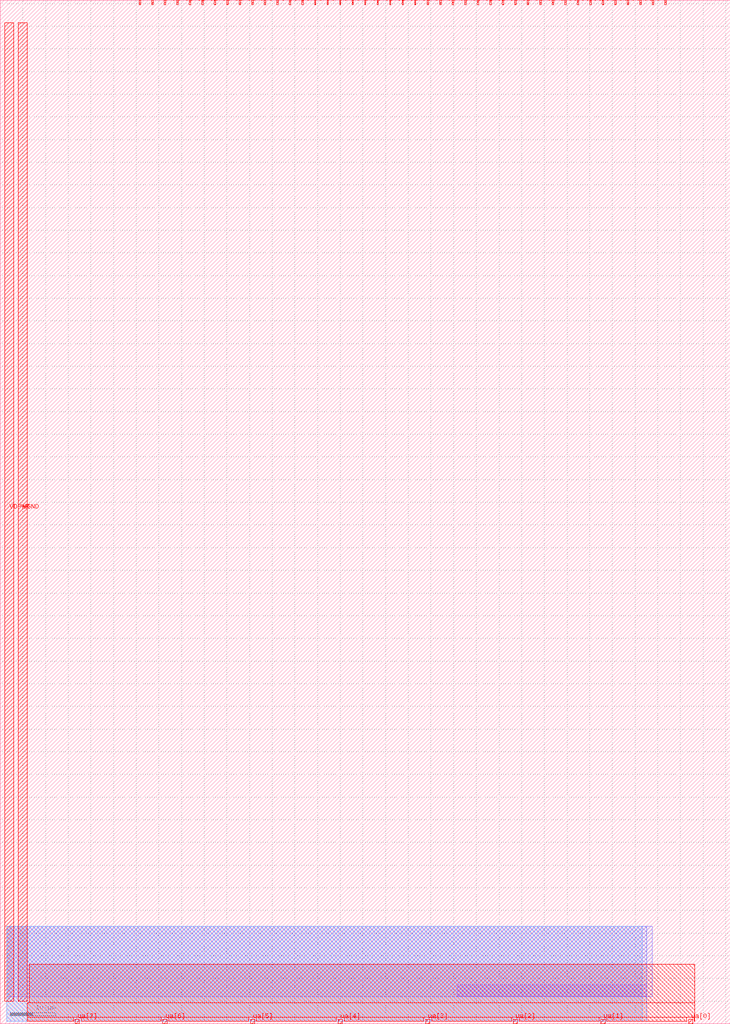
<source format=lef>
VERSION 5.7 ;
  NOWIREEXTENSIONATPIN ON ;
  DIVIDERCHAR "/" ;
  BUSBITCHARS "[]" ;
MACRO tt_um_wakki_0123_Raw_Transistors
  CLASS BLOCK ;
  FOREIGN tt_um_wakki_0123_Raw_Transistors ;
  ORIGIN 0.000 0.000 ;
  SIZE 161.000 BY 225.760 ;
  PIN clk
    DIRECTION INPUT ;
    USE SIGNAL ;
    PORT
      LAYER met4 ;
        RECT 143.830 224.760 144.130 225.760 ;
    END
  END clk
  PIN ena
    DIRECTION INPUT ;
    USE SIGNAL ;
    PORT
      LAYER met4 ;
        RECT 146.590 224.760 146.890 225.760 ;
    END
  END ena
  PIN rst_n
    DIRECTION INPUT ;
    USE SIGNAL ;
    PORT
      LAYER met4 ;
        RECT 141.070 224.760 141.370 225.760 ;
    END
  END rst_n
  PIN ua[0]
    DIRECTION INOUT ;
    USE SIGNAL ;
    ANTENNADIFFAREA 0.870000 ;
    PORT
      LAYER met4 ;
        RECT 151.810 0.000 152.710 1.000 ;
    END
  END ua[0]
  PIN ua[1]
    DIRECTION INOUT ;
    USE SIGNAL ;
    ANTENNAGATEAREA 0.250000 ;
    PORT
      LAYER met4 ;
        RECT 132.490 0.000 133.390 1.000 ;
    END
  END ua[1]
  PIN ua[2]
    DIRECTION INOUT ;
    USE SIGNAL ;
    ANTENNAGATEAREA 0.250000 ;
    PORT
      LAYER met4 ;
        RECT 113.170 0.000 114.070 1.000 ;
    END
  END ua[2]
  PIN ua[3]
    DIRECTION INOUT ;
    USE SIGNAL ;
    ANTENNAGATEAREA 0.250000 ;
    PORT
      LAYER met4 ;
        RECT 93.850 0.000 94.750 1.000 ;
    END
  END ua[3]
  PIN ua[4]
    DIRECTION INOUT ;
    USE SIGNAL ;
    ANTENNADIFFAREA 0.870000 ;
    PORT
      LAYER met4 ;
        RECT 74.530 0.000 75.430 1.000 ;
    END
  END ua[4]
  PIN ua[5]
    DIRECTION INOUT ;
    USE SIGNAL ;
    PORT
      LAYER met4 ;
        RECT 55.210 0.000 56.110 1.000 ;
    END
  END ua[5]
  PIN ua[6]
    DIRECTION INOUT ;
    USE SIGNAL ;
    PORT
      LAYER met4 ;
        RECT 35.890 0.000 36.790 1.000 ;
    END
  END ua[6]
  PIN ua[7]
    DIRECTION INOUT ;
    USE SIGNAL ;
    PORT
      LAYER met4 ;
        RECT 16.570 0.000 17.470 1.000 ;
    END
  END ua[7]
  PIN ui_in[0]
    DIRECTION INPUT ;
    USE SIGNAL ;
    PORT
      LAYER met4 ;
        RECT 138.310 224.760 138.610 225.760 ;
    END
  END ui_in[0]
  PIN ui_in[1]
    DIRECTION INPUT ;
    USE SIGNAL ;
    PORT
      LAYER met4 ;
        RECT 135.550 224.760 135.850 225.760 ;
    END
  END ui_in[1]
  PIN ui_in[2]
    DIRECTION INPUT ;
    USE SIGNAL ;
    PORT
      LAYER met4 ;
        RECT 132.790 224.760 133.090 225.760 ;
    END
  END ui_in[2]
  PIN ui_in[3]
    DIRECTION INPUT ;
    USE SIGNAL ;
    PORT
      LAYER met4 ;
        RECT 130.030 224.760 130.330 225.760 ;
    END
  END ui_in[3]
  PIN ui_in[4]
    DIRECTION INPUT ;
    USE SIGNAL ;
    PORT
      LAYER met4 ;
        RECT 127.270 224.760 127.570 225.760 ;
    END
  END ui_in[4]
  PIN ui_in[5]
    DIRECTION INPUT ;
    USE SIGNAL ;
    PORT
      LAYER met4 ;
        RECT 124.510 224.760 124.810 225.760 ;
    END
  END ui_in[5]
  PIN ui_in[6]
    DIRECTION INPUT ;
    USE SIGNAL ;
    PORT
      LAYER met4 ;
        RECT 121.750 224.760 122.050 225.760 ;
    END
  END ui_in[6]
  PIN ui_in[7]
    DIRECTION INPUT ;
    USE SIGNAL ;
    PORT
      LAYER met4 ;
        RECT 118.990 224.760 119.290 225.760 ;
    END
  END ui_in[7]
  PIN uio_in[0]
    DIRECTION INPUT ;
    USE SIGNAL ;
    PORT
      LAYER met4 ;
        RECT 116.230 224.760 116.530 225.760 ;
    END
  END uio_in[0]
  PIN uio_in[1]
    DIRECTION INPUT ;
    USE SIGNAL ;
    PORT
      LAYER met4 ;
        RECT 113.470 224.760 113.770 225.760 ;
    END
  END uio_in[1]
  PIN uio_in[2]
    DIRECTION INPUT ;
    USE SIGNAL ;
    PORT
      LAYER met4 ;
        RECT 110.710 224.760 111.010 225.760 ;
    END
  END uio_in[2]
  PIN uio_in[3]
    DIRECTION INPUT ;
    USE SIGNAL ;
    PORT
      LAYER met4 ;
        RECT 107.950 224.760 108.250 225.760 ;
    END
  END uio_in[3]
  PIN uio_in[4]
    DIRECTION INPUT ;
    USE SIGNAL ;
    PORT
      LAYER met4 ;
        RECT 105.190 224.760 105.490 225.760 ;
    END
  END uio_in[4]
  PIN uio_in[5]
    DIRECTION INPUT ;
    USE SIGNAL ;
    PORT
      LAYER met4 ;
        RECT 102.430 224.760 102.730 225.760 ;
    END
  END uio_in[5]
  PIN uio_in[6]
    DIRECTION INPUT ;
    USE SIGNAL ;
    PORT
      LAYER met4 ;
        RECT 99.670 224.760 99.970 225.760 ;
    END
  END uio_in[6]
  PIN uio_in[7]
    DIRECTION INPUT ;
    USE SIGNAL ;
    PORT
      LAYER met4 ;
        RECT 96.910 224.760 97.210 225.760 ;
    END
  END uio_in[7]
  PIN uio_oe[0]
    DIRECTION OUTPUT ;
    USE SIGNAL ;
    PORT
      LAYER met4 ;
        RECT 49.990 224.760 50.290 225.760 ;
    END
  END uio_oe[0]
  PIN uio_oe[1]
    DIRECTION OUTPUT ;
    USE SIGNAL ;
    PORT
      LAYER met4 ;
        RECT 47.230 224.760 47.530 225.760 ;
    END
  END uio_oe[1]
  PIN uio_oe[2]
    DIRECTION OUTPUT ;
    USE SIGNAL ;
    PORT
      LAYER met4 ;
        RECT 44.470 224.760 44.770 225.760 ;
    END
  END uio_oe[2]
  PIN uio_oe[3]
    DIRECTION OUTPUT ;
    USE SIGNAL ;
    PORT
      LAYER met4 ;
        RECT 41.710 224.760 42.010 225.760 ;
    END
  END uio_oe[3]
  PIN uio_oe[4]
    DIRECTION OUTPUT ;
    USE SIGNAL ;
    PORT
      LAYER met4 ;
        RECT 38.950 224.760 39.250 225.760 ;
    END
  END uio_oe[4]
  PIN uio_oe[5]
    DIRECTION OUTPUT ;
    USE SIGNAL ;
    PORT
      LAYER met4 ;
        RECT 36.190 224.760 36.490 225.760 ;
    END
  END uio_oe[5]
  PIN uio_oe[6]
    DIRECTION OUTPUT ;
    USE SIGNAL ;
    PORT
      LAYER met4 ;
        RECT 33.430 224.760 33.730 225.760 ;
    END
  END uio_oe[6]
  PIN uio_oe[7]
    DIRECTION OUTPUT ;
    USE SIGNAL ;
    PORT
      LAYER met4 ;
        RECT 30.670 224.760 30.970 225.760 ;
    END
  END uio_oe[7]
  PIN uio_out[0]
    DIRECTION OUTPUT ;
    USE SIGNAL ;
    PORT
      LAYER met4 ;
        RECT 72.070 224.760 72.370 225.760 ;
    END
  END uio_out[0]
  PIN uio_out[1]
    DIRECTION OUTPUT ;
    USE SIGNAL ;
    PORT
      LAYER met4 ;
        RECT 69.310 224.760 69.610 225.760 ;
    END
  END uio_out[1]
  PIN uio_out[2]
    DIRECTION OUTPUT ;
    USE SIGNAL ;
    PORT
      LAYER met4 ;
        RECT 66.550 224.760 66.850 225.760 ;
    END
  END uio_out[2]
  PIN uio_out[3]
    DIRECTION OUTPUT ;
    USE SIGNAL ;
    PORT
      LAYER met4 ;
        RECT 63.790 224.760 64.090 225.760 ;
    END
  END uio_out[3]
  PIN uio_out[4]
    DIRECTION OUTPUT ;
    USE SIGNAL ;
    PORT
      LAYER met4 ;
        RECT 61.030 224.760 61.330 225.760 ;
    END
  END uio_out[4]
  PIN uio_out[5]
    DIRECTION OUTPUT ;
    USE SIGNAL ;
    PORT
      LAYER met4 ;
        RECT 58.270 224.760 58.570 225.760 ;
    END
  END uio_out[5]
  PIN uio_out[6]
    DIRECTION OUTPUT ;
    USE SIGNAL ;
    PORT
      LAYER met4 ;
        RECT 55.510 224.760 55.810 225.760 ;
    END
  END uio_out[6]
  PIN uio_out[7]
    DIRECTION OUTPUT ;
    USE SIGNAL ;
    PORT
      LAYER met4 ;
        RECT 52.750 224.760 53.050 225.760 ;
    END
  END uio_out[7]
  PIN uo_out[0]
    DIRECTION OUTPUT ;
    USE SIGNAL ;
    PORT
      LAYER met4 ;
        RECT 94.150 224.760 94.450 225.760 ;
    END
  END uo_out[0]
  PIN uo_out[1]
    DIRECTION OUTPUT ;
    USE SIGNAL ;
    PORT
      LAYER met4 ;
        RECT 91.390 224.760 91.690 225.760 ;
    END
  END uo_out[1]
  PIN uo_out[2]
    DIRECTION OUTPUT ;
    USE SIGNAL ;
    PORT
      LAYER met4 ;
        RECT 88.630 224.760 88.930 225.760 ;
    END
  END uo_out[2]
  PIN uo_out[3]
    DIRECTION OUTPUT ;
    USE SIGNAL ;
    PORT
      LAYER met4 ;
        RECT 85.870 224.760 86.170 225.760 ;
    END
  END uo_out[3]
  PIN uo_out[4]
    DIRECTION OUTPUT ;
    USE SIGNAL ;
    PORT
      LAYER met4 ;
        RECT 83.110 224.760 83.410 225.760 ;
    END
  END uo_out[4]
  PIN uo_out[5]
    DIRECTION OUTPUT ;
    USE SIGNAL ;
    PORT
      LAYER met4 ;
        RECT 80.350 224.760 80.650 225.760 ;
    END
  END uo_out[5]
  PIN uo_out[6]
    DIRECTION OUTPUT ;
    USE SIGNAL ;
    PORT
      LAYER met4 ;
        RECT 77.590 224.760 77.890 225.760 ;
    END
  END uo_out[6]
  PIN uo_out[7]
    DIRECTION OUTPUT ;
    USE SIGNAL ;
    PORT
      LAYER met4 ;
        RECT 74.830 224.760 75.130 225.760 ;
    END
  END uo_out[7]
  PIN VDPWR
    DIRECTION INOUT ;
    USE POWER ;
    PORT
      LAYER met4 ;
        RECT 1.000 5.000 3.000 220.760 ;
    END
  END VDPWR
  PIN VGND
    DIRECTION INOUT ;
    USE GROUND ;
    PORT
      LAYER met4 ;
        RECT 4.000 5.000 6.000 220.760 ;
    END
  END VGND
  OBS
      LAYER li1 ;
        RECT 100.750 6.010 142.540 8.600 ;
      LAYER met1 ;
        RECT 1.420 5.950 143.750 21.460 ;
      LAYER met2 ;
        RECT 1.470 0.530 142.630 21.510 ;
      LAYER met3 ;
        RECT 1.420 0.555 141.620 21.485 ;
      LAYER met4 ;
        RECT 6.400 4.600 153.160 13.135 ;
        RECT 6.000 1.400 153.160 4.600 ;
        RECT 6.000 0.575 16.170 1.400 ;
        RECT 17.870 0.575 35.490 1.400 ;
        RECT 37.190 0.575 54.810 1.400 ;
        RECT 56.510 0.575 74.130 1.400 ;
        RECT 75.830 0.575 93.450 1.400 ;
        RECT 95.150 0.575 112.770 1.400 ;
        RECT 114.470 0.575 132.090 1.400 ;
        RECT 133.790 0.575 151.410 1.400 ;
        RECT 153.110 0.575 153.160 1.400 ;
  END
END tt_um_wakki_0123_Raw_Transistors
END LIBRARY


</source>
